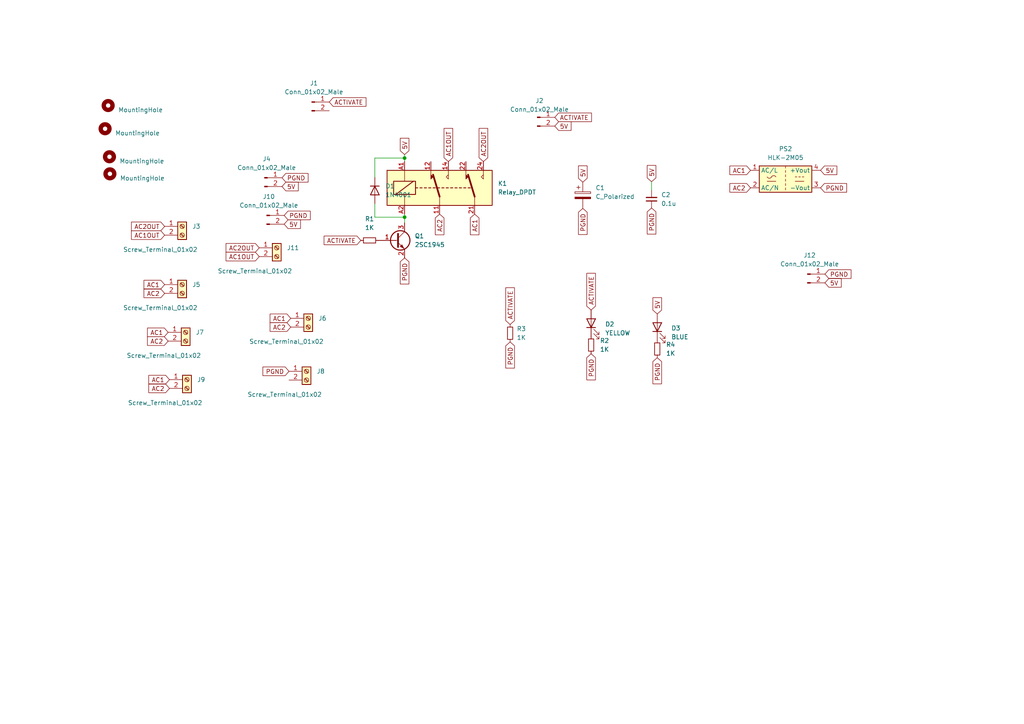
<source format=kicad_sch>
(kicad_sch (version 20230121) (generator eeschema)
  (paper "A4")
  (lib_symbols
    (symbol "Connector:Conn_01x02_Male" (pin_names (offset 1.016) hide)
      (property "Reference" "J" (at 0 2.54 0))
      (property "Value" "Conn_01x02_Male" (at 0 -5.08 0))
      (symbol "Conn_01x02_Male_1_1"
        (polyline (pts (xy 1.27 -2.54) (xy 0.8636 -2.54)) (stroke (width 0.1524)))
        (polyline (pts (xy 1.27 0) (xy 0.8636 0)) (stroke (width 0.1524)))
        (rectangle (start 0.8636 -2.413) (end 0 -2.667) (stroke (width 0.1524)) (fill (type outline)))
        (rectangle (start 0.8636 0.127) (end 0 -0.127) (stroke (width 0.1524)) (fill (type outline)))
        (pin passive line (at 5.08 0 180) (length 3.81) (name "Pin_1") (number "1"))
        (pin passive line (at 5.08 -2.54 180) (length 3.81) (name "Pin_2") (number "2"))
      )
    )
    (symbol "Connector:Screw_Terminal_01x02" (pin_names (offset 1.016) hide)
      (property "Reference" "J" (at 0 2.54 0))
      (property "Value" "Screw_Terminal_01x02" (at 0 -5.08 0))
      (symbol "Screw_Terminal_01x02_1_1"
        (rectangle (start -1.27 1.27) (end 1.27 -3.81) (stroke (width 0.254)) (fill (type background)))
        (circle (center 0 -2.54) (radius 0.635) (stroke (width 0.1524)))
        (polyline (pts (xy -0.5334 -2.2098) (xy 0.3302 -3.048)) (stroke (width 0.1524)))
        (polyline (pts (xy -0.5334 0.3302) (xy 0.3302 -0.508)) (stroke (width 0.1524)))
        (polyline (pts (xy -0.3556 -2.032) (xy 0.508 -2.8702)) (stroke (width 0.1524)))
        (polyline (pts (xy -0.3556 0.508) (xy 0.508 -0.3302)) (stroke (width 0.1524)))
        (circle (center 0 0) (radius 0.635) (stroke (width 0.1524)))
        (pin passive line (at -5.08 0 0) (length 3.81) (name "Pin_1") (number "1"))
        (pin passive line (at -5.08 -2.54 0) (length 3.81) (name "Pin_2") (number "2"))
      )
    )
    (symbol "Converter_ACDC:HLK-5M03"
      (property "Reference" "PS" (at 0 5.08 0))
      (property "Value" "HLK-5M03" (at 0 -5.08 0))
      (symbol "HLK-5M03_0_1"
        (rectangle (start -7.62 3.81) (end 7.62 -3.81) (stroke (width 0.254)) (fill (type background)))
        (arc (start -5.334 0.635) (mid -4.699 0.2495) (end -4.064 0.635))
        (arc (start -2.794 0.635) (mid -3.429 1.0072) (end -4.064 0.635))
        (polyline (pts (xy -5.334 -0.635) (xy -2.794 -0.635)))
        (polyline (pts (xy 0 -2.54) (xy 0 -3.175)))
        (polyline (pts (xy 0 -1.27) (xy 0 -1.905)))
        (polyline (pts (xy 0 0) (xy 0 -0.635)))
        (polyline (pts (xy 0 1.27) (xy 0 0.635)))
        (polyline (pts (xy 0 2.54) (xy 0 1.905)))
        (polyline (pts (xy 0 3.81) (xy 0 3.175)))
        (polyline (pts (xy 2.794 -0.635) (xy 5.334 -0.635)))
        (polyline (pts (xy 2.794 0.635) (xy 3.302 0.635)))
        (polyline (pts (xy 3.81 0.635) (xy 4.318 0.635)))
        (polyline (pts (xy 4.826 0.635) (xy 5.334 0.635)))
      )
      (symbol "HLK-5M03_1_1"
        (pin power_in line (at -10.16 2.54 0) (length 2.54) (name "AC/L") (number "1"))
        (pin power_in line (at -10.16 -2.54 0) (length 2.54) (name "AC/N") (number "2"))
        (pin power_out line (at 10.16 -2.54 180) (length 2.54) (name "-Vout") (number "3"))
        (pin power_out line (at 10.16 2.54 180) (length 2.54) (name "+Vout") (number "4"))
      )
    )
    (symbol "Device:C_Polarized" (pin_numbers hide) (pin_names (offset 0.254))
      (property "Reference" "C" (at 0.635 2.54 0))
      (property "Value" "C_Polarized" (at 0.635 -2.54 0))
      (symbol "C_Polarized_0_1"
        (rectangle (start -2.286 0.508) (end 2.286 1.016))
        (polyline (pts (xy -1.778 2.286) (xy -0.762 2.286)))
        (polyline (pts (xy -1.27 2.794) (xy -1.27 1.778)))
        (rectangle (start 2.286 -0.508) (end -2.286 -1.016) (fill (type outline)))
      )
      (symbol "C_Polarized_1_1"
        (pin passive line (at 0 3.81 270) (length 2.794) (name "~") (number "1"))
        (pin passive line (at 0 -3.81 90) (length 2.794) (name "~") (number "2"))
      )
    )
    (symbol "Device:C_Small" (pin_numbers hide) (pin_names (offset 0.254) hide)
      (property "Reference" "C" (at 0.254 1.778 0))
      (property "Value" "C_Small" (at 0.254 -2.032 0))
      (symbol "C_Small_0_1"
        (polyline (pts (xy -1.524 -0.508) (xy 1.524 -0.508)) (stroke (width 0.3302)))
        (polyline (pts (xy -1.524 0.508) (xy 1.524 0.508)) (stroke (width 0.3048)))
      )
      (symbol "C_Small_1_1"
        (pin passive line (at 0 2.54 270) (length 2.032) (name "~") (number "1"))
        (pin passive line (at 0 -2.54 90) (length 2.032) (name "~") (number "2"))
      )
    )
    (symbol "Device:LED" (pin_numbers hide) (pin_names (offset 1.016) hide)
      (property "Reference" "D" (at 0 2.54 0))
      (property "Value" "LED" (at 0 -2.54 0))
      (symbol "LED_0_1"
        (polyline (pts (xy -1.27 -1.27) (xy -1.27 1.27)) (stroke (width 0.254)))
        (polyline (pts (xy -1.27 0) (xy 1.27 0)))
        (polyline (pts (xy 1.27 -1.27) (xy 1.27 1.27) (xy -1.27 0) (xy 1.27 -1.27)) (stroke (width 0.254)))
        (polyline (pts (xy -3.048 -0.762) (xy -4.572 -2.286) (xy -3.81 -2.286) (xy -4.572 -2.286) (xy -4.572 -1.524)))
        (polyline (pts (xy -1.778 -0.762) (xy -3.302 -2.286) (xy -2.54 -2.286) (xy -3.302 -2.286) (xy -3.302 -1.524)))
      )
      (symbol "LED_1_1"
        (pin passive line (at -3.81 0 0) (length 2.54) (name "K") (number "1"))
        (pin passive line (at 3.81 0 180) (length 2.54) (name "A") (number "2"))
      )
    )
    (symbol "Device:R_Small" (pin_numbers hide) (pin_names (offset 0.254) hide)
      (property "Reference" "R" (at 0.762 0.508 0))
      (property "Value" "R_Small" (at 0.762 -1.016 0))
      (symbol "R_Small_0_1"
        (rectangle (start -0.762 1.778) (end 0.762 -1.778) (stroke (width 0.2032)))
      )
      (symbol "R_Small_1_1"
        (pin passive line (at 0 2.54 270) (length 0.762) (name "~") (number "1"))
        (pin passive line (at 0 -2.54 90) (length 0.762) (name "~") (number "2"))
      )
    )
    (symbol "Diode:1N4001" (pin_numbers hide) (pin_names hide)
      (property "Reference" "D" (at 0 2.54 0))
      (property "Value" "1N4001" (at 0 -2.54 0))
      (symbol "1N4001_0_1"
        (polyline (pts (xy -1.27 1.27) (xy -1.27 -1.27)) (stroke (width 0.254)))
        (polyline (pts (xy 1.27 0) (xy -1.27 0)))
        (polyline (pts (xy 1.27 1.27) (xy 1.27 -1.27) (xy -1.27 0) (xy 1.27 1.27)) (stroke (width 0.254)))
      )
      (symbol "1N4001_1_1"
        (pin passive line (at -3.81 0 0) (length 2.54) (name "K") (number "1"))
        (pin passive line (at 3.81 0 180) (length 2.54) (name "A") (number "2"))
      )
    )
    (symbol "Mechanical:MountingHole" (pin_names (offset 1.016))
      (property "Reference" "H" (at 0 5.08 0))
      (property "Value" "MountingHole" (at 0 3.175 0))
      (symbol "MountingHole_0_1"
        (circle (center 0 0) (radius 1.27) (stroke (width 1.27)))
      )
    )
    (symbol "Relay:Relay_DPDT"
      (property "Reference" "K" (at 16.51 3.81 0))
      (property "Value" "Relay_DPDT" (at 16.51 1.27 0))
      (symbol "Relay_DPDT_0_1"
        (rectangle (start -15.24 5.08) (end 15.24 -5.08) (stroke (width 0.254)) (fill (type background)))
        (rectangle (start -13.335 1.905) (end -6.985 -1.905) (stroke (width 0.254)))
        (polyline (pts (xy -12.7 -1.905) (xy -7.62 1.905)) (stroke (width 0.254)))
        (polyline (pts (xy -10.16 -5.08) (xy -10.16 -1.905)))
        (polyline (pts (xy -10.16 5.08) (xy -10.16 1.905)))
        (polyline (pts (xy -6.985 0) (xy -6.35 0)) (stroke (width 0.254)))
        (polyline (pts (xy -5.715 0) (xy -5.08 0)) (stroke (width 0.254)))
        (polyline (pts (xy -4.445 0) (xy -3.81 0)) (stroke (width 0.254)))
        (polyline (pts (xy -3.175 0) (xy -2.54 0)) (stroke (width 0.254)))
        (polyline (pts (xy -1.905 0) (xy -1.27 0)) (stroke (width 0.254)))
        (polyline (pts (xy -0.635 0) (xy 0 0)) (stroke (width 0.254)))
        (polyline (pts (xy 0 -2.54) (xy -1.905 3.81)) (stroke (width 0.508)))
        (polyline (pts (xy 0 -2.54) (xy 0 -5.08)))
        (polyline (pts (xy 0.635 0) (xy 1.27 0)) (stroke (width 0.254)))
        (polyline (pts (xy 1.905 0) (xy 2.54 0)) (stroke (width 0.254)))
        (polyline (pts (xy 3.175 0) (xy 3.81 0)) (stroke (width 0.254)))
        (polyline (pts (xy 4.445 0) (xy 5.08 0)) (stroke (width 0.254)))
        (polyline (pts (xy 5.715 0) (xy 6.35 0)) (stroke (width 0.254)))
        (polyline (pts (xy 6.985 0) (xy 7.62 0)) (stroke (width 0.254)))
        (polyline (pts (xy 8.255 0) (xy 8.89 0)) (stroke (width 0.254)))
        (polyline (pts (xy 10.16 -2.54) (xy 8.255 3.81)) (stroke (width 0.508)))
        (polyline (pts (xy 10.16 -2.54) (xy 10.16 -5.08)))
        (polyline (pts (xy -2.54 5.08) (xy -2.54 2.54) (xy -1.905 3.175) (xy -2.54 3.81)) (fill (type outline)))
        (polyline (pts (xy 2.54 5.08) (xy 2.54 2.54) (xy 1.905 3.175) (xy 2.54 3.81)))
        (polyline (pts (xy 7.62 5.08) (xy 7.62 2.54) (xy 8.255 3.175) (xy 7.62 3.81)) (fill (type outline)))
        (polyline (pts (xy 12.7 5.08) (xy 12.7 2.54) (xy 12.065 3.175) (xy 12.7 3.81)))
      )
      (symbol "Relay_DPDT_1_1"
        (pin passive line (at 0 -7.62 90) (length 2.54) (name "~") (number "11"))
        (pin passive line (at -2.54 7.62 270) (length 2.54) (name "~") (number "12"))
        (pin passive line (at 2.54 7.62 270) (length 2.54) (name "~") (number "14"))
        (pin passive line (at 10.16 -7.62 90) (length 2.54) (name "~") (number "21"))
        (pin passive line (at 7.62 7.62 270) (length 2.54) (name "~") (number "22"))
        (pin passive line (at 12.7 7.62 270) (length 2.54) (name "~") (number "24"))
        (pin passive line (at -10.16 7.62 270) (length 2.54) (name "~") (number "A1"))
        (pin passive line (at -10.16 -7.62 90) (length 2.54) (name "~") (number "A2"))
      )
    )
    (symbol "Transistor_BJT:2SC1945" (pin_names (offset 0) hide)
      (property "Reference" "Q" (at 5.08 1.905 0))
      (property "Value" "2SC1945" (at 5.08 0 0))
      (symbol "2SC1945_0_1"
        (polyline (pts (xy 0 0) (xy 0.635 0)))
        (polyline (pts (xy 2.54 2.54) (xy 0.635 0.635)))
        (polyline (pts (xy 0.635 1.905) (xy 0.635 -1.905) (xy 0.635 -1.905)) (stroke (width 0.508)))
        (polyline (pts (xy 2.286 -2.286) (xy 1.778 -1.778) (xy 1.778 -1.778)))
        (polyline (pts (xy 2.54 -2.54) (xy 0.635 -0.635) (xy 1.27 -1.27)) (fill (type outline)))
        (polyline (pts (xy 1.27 -1.778) (xy 1.778 -1.27) (xy 2.286 -2.286) (xy 1.27 -1.778) (xy 1.27 -1.778)) (fill (type outline)))
        (circle (center 1.27 0) (radius 2.8194) (stroke (width 0.3048)))
      )
      (symbol "2SC1945_1_1"
        (pin input line (at -5.08 0 0) (length 5.08) (name "B") (number "1"))
        (pin passive line (at 2.54 -5.08 90) (length 2.54) (name "E") (number "2"))
        (pin passive line (at 2.54 5.08 270) (length 2.54) (name "C") (number "3"))
      )
    )
  )
  (junction (at 117.348 45.847))
  (junction (at 117.348 62.992))
  (wire (pts (xy 108.712 45.847) (xy 108.712 51.435)))
  (wire (pts (xy 117.348 45.847) (xy 117.348 46.863)))
  (wire (pts (xy 188.976 55.245) (xy 188.976 52.705)))
  (wire (pts (xy 108.712 62.992) (xy 117.348 62.992)))
  (wire (pts (xy 117.348 45.847) (xy 108.712 45.847)))
  (wire (pts (xy 108.712 59.055) (xy 108.712 62.992)))
  (wire (pts (xy 117.348 62.992) (xy 117.348 62.103)))
  (wire (pts (xy 117.348 64.643) (xy 117.348 62.992)))
  (wire (pts (xy 117.348 44.831) (xy 117.348 45.847)))
  (global_label "ACTIVATE" (shape input) (at 104.648 69.723 180) (property "Intersheetrefs" "${INTERSHEET_REFS}" (effects hide)))
  (global_label "AC2" (shape input) (at 47.752 85.09 180) (property "Intersheetrefs" "${INTERSHEET_REFS}" (effects hide)))
  (global_label "5V" (shape input) (at 117.348 44.831 90) (property "Intersheetrefs" "${INTERSHEET_REFS}" (effects hide)))
  (global_label "AC2" (shape input) (at 127.508 62.103 270) (property "Intersheetrefs" "${INTERSHEET_REFS}" (effects hide)))
  (global_label "5V" (shape input) (at 188.976 52.705 90) (property "Intersheetrefs" "${INTERSHEET_REFS}" (effects hide)))
  (global_label "AC2" (shape input) (at 49.149 112.649 180) (property "Intersheetrefs" "${INTERSHEET_REFS}" (effects hide)))
  (global_label "PGND" (shape input) (at 83.82 107.696 180) (property "Intersheetrefs" "${INTERSHEET_REFS}" (effects hide)))
  (global_label "AC1" (shape input) (at 137.668 62.103 270) (property "Intersheetrefs" "${INTERSHEET_REFS}" (effects hide)))
  (global_label "AC1" (shape input) (at 47.752 82.55 180) (property "Intersheetrefs" "${INTERSHEET_REFS}" (effects hide)))
  (global_label "PGND" (shape input) (at 169.037 60.452 270) (property "Intersheetrefs" "${INTERSHEET_REFS}" (effects hide)))
  (global_label "PGND" (shape input) (at 82.423 62.484 0) (property "Intersheetrefs" "${INTERSHEET_REFS}" (effects hide)))
  (global_label "5V" (shape input) (at 237.998 49.403 0) (property "Intersheetrefs" "${INTERSHEET_REFS}" (effects hide)))
  (global_label "AC1OUT" (shape input) (at 130.048 46.863 90) (property "Intersheetrefs" "${INTERSHEET_REFS}" (effects hide)))
  (global_label "PGND" (shape input) (at 190.627 103.759 270) (property "Intersheetrefs" "${INTERSHEET_REFS}" (effects hide)))
  (global_label "AC1" (shape input) (at 84.328 92.329 180) (property "Intersheetrefs" "${INTERSHEET_REFS}" (effects hide)))
  (global_label "5V" (shape input) (at 239.268 82.042 0) (property "Intersheetrefs" "${INTERSHEET_REFS}" (effects hide)))
  (global_label "PGND" (shape input) (at 117.348 74.803 270) (property "Intersheetrefs" "${INTERSHEET_REFS}" (effects hide)))
  (global_label "AC1" (shape input) (at 217.678 49.403 180) (property "Intersheetrefs" "${INTERSHEET_REFS}" (effects hide)))
  (global_label "AC2OUT" (shape input) (at 75.184 71.882 180) (property "Intersheetrefs" "${INTERSHEET_REFS}" (effects hide)))
  (global_label "ACTIVATE" (shape input) (at 171.45 89.916 90) (property "Intersheetrefs" "${INTERSHEET_REFS}" (effects hide)))
  (global_label "AC1OUT" (shape input) (at 47.752 68.199 180) (property "Intersheetrefs" "${INTERSHEET_REFS}" (effects hide)))
  (global_label "AC2OUT" (shape input) (at 47.752 65.659 180) (property "Intersheetrefs" "${INTERSHEET_REFS}" (effects hide)))
  (global_label "AC2" (shape input) (at 48.768 98.933 180) (property "Intersheetrefs" "${INTERSHEET_REFS}" (effects hide)))
  (global_label "PGND" (shape input) (at 237.998 54.483 0) (property "Intersheetrefs" "${INTERSHEET_REFS}" (effects hide)))
  (global_label "5V" (shape input) (at 82.423 65.024 0) (property "Intersheetrefs" "${INTERSHEET_REFS}" (effects hide)))
  (global_label "AC2" (shape input) (at 217.678 54.483 180) (property "Intersheetrefs" "${INTERSHEET_REFS}" (effects hide)))
  (global_label "ACTIVATE" (shape input) (at 95.504 29.591 0) (property "Intersheetrefs" "${INTERSHEET_REFS}" (effects hide)))
  (global_label "AC1" (shape input) (at 48.768 96.393 180) (property "Intersheetrefs" "${INTERSHEET_REFS}" (effects hide)))
  (global_label "PGND" (shape input) (at 239.268 79.502 0) (property "Intersheetrefs" "${INTERSHEET_REFS}" (effects hide)))
  (global_label "5V" (shape input) (at 169.037 52.832 90) (property "Intersheetrefs" "${INTERSHEET_REFS}" (effects hide)))
  (global_label "PGND" (shape input) (at 188.976 60.325 270) (property "Intersheetrefs" "${INTERSHEET_REFS}" (effects hide)))
  (global_label "5V" (shape input) (at 81.788 54.102 0) (property "Intersheetrefs" "${INTERSHEET_REFS}" (effects hide)))
  (global_label "PGND" (shape input) (at 147.955 99.187 270) (property "Intersheetrefs" "${INTERSHEET_REFS}" (effects hide)))
  (global_label "ACTIVATE" (shape input) (at 147.955 94.107 90) (property "Intersheetrefs" "${INTERSHEET_REFS}" (effects hide)))
  (global_label "5V" (shape input) (at 160.909 36.576 0) (property "Intersheetrefs" "${INTERSHEET_REFS}" (effects hide)))
  (global_label "AC1" (shape input) (at 49.149 110.109 180) (property "Intersheetrefs" "${INTERSHEET_REFS}" (effects hide)))
  (global_label "ACTIVATE" (shape input) (at 160.909 34.036 0) (property "Intersheetrefs" "${INTERSHEET_REFS}" (effects hide)))
  (global_label "AC2" (shape input) (at 84.328 94.869 180) (property "Intersheetrefs" "${INTERSHEET_REFS}" (effects hide)))
  (global_label "PGND" (shape input) (at 171.45 102.616 270) (property "Intersheetrefs" "${INTERSHEET_REFS}" (effects hide)))
  (global_label "AC2OUT" (shape input) (at 140.208 46.863 90) (property "Intersheetrefs" "${INTERSHEET_REFS}" (effects hide)))
  (global_label "AC1OUT" (shape input) (at 75.184 74.422 180) (property "Intersheetrefs" "${INTERSHEET_REFS}" (effects hide)))
  (global_label "PGND" (shape input) (at 81.788 51.562 0) (property "Intersheetrefs" "${INTERSHEET_REFS}" (effects hide)))
  (global_label "5V" (shape input) (at 190.627 91.059 90) (property "Intersheetrefs" "${INTERSHEET_REFS}" (effects hide)))
  (symbol (lib_id "Device:R_Small") (at 190.627 101.219 0) (unit 1)
    (property "Reference" "R4" (at 193.167 99.9489 0) (effects (justify left)))
    (property "Value" "1K" (at 193.167 102.4889 0) (effects (justify left)))
    (property "Footprint" "Resistor_SMD:R_0603_1608Metric_Pad0.98x0.95mm_HandSolder" (effects hide))
  )
  (symbol (lib_id "Connector:Screw_Terminal_01x02") (at 54.229 110.109 0) (unit 1)
    (property "Reference" "J9" (at 57.15 110.1089 0) (effects (justify left)))
    (property "Value" "Screw_Terminal_01x02" (at 37.084 116.84 0) (effects (justify left)))
    (property "Footprint" "Connector_JST:JST_XH_B2B-XH-A_1x02_P2.50mm_Vertical" (effects hide))
  )
  (symbol (lib_id "Converter_ACDC:HLK-5M03") (at 227.838 51.943 0) (unit 1)
    (property "Reference" "PS2" (at 227.838 43.18 0))
    (property "Value" "HLK-2M05" (at 227.838 45.72 0))
    (property "Footprint" "Components:HLK-2M05" (effects hide))
    (property "Datasheet" "http://h.hlktech.com/download/ACDC%E7%94%B5%E6%BA%90%E6%A8%A1%E5%9D%975W%E7%B3%BB%E5%88%97/1/%E6%B5%B7%E5%87%8C%E7%A7%915W%E7%B3%BB%E5%88%97%E7%94%B5%E6%BA%90%E6%A8%A1%E5%9D%97%E8%A7%84%E6%A0%BC%E4%B9%A6V2.8.pdf" (effects hide))
  )
  (symbol (lib_id "Device:R_Small") (at 147.955 96.647 180) (unit 1)
    (property "Reference" "R3" (at 149.86 95.377 0) (effects (justify right)))
    (property "Value" "1K" (at 149.86 97.917 0) (effects (justify right)))
    (property "Footprint" "Resistor_SMD:R_0603_1608Metric" (effects hide))
  )
  (symbol (lib_id "Device:LED") (at 171.45 93.726 90) (unit 1)
    (property "Reference" "D2" (at 175.514 94.0434 90) (effects (justify right)))
    (property "Value" "YELLOW" (at 175.514 96.5834 90) (effects (justify right)))
    (property "Footprint" "Diode_SMD:D_0805_2012Metric_Pad1.15x1.40mm_HandSolder" (effects hide))
  )
  (symbol (lib_id "Mechanical:MountingHole") (at 31.877 50.419 0) (unit 1)
    (property "Reference" "H4" (effects hide))
    (property "Value" "MountingHole" (at 34.798 51.6889 0) (effects (justify left)))
    (property "Footprint" "MountingHole:MountingHole_3.2mm_M3" (effects hide))
  )
  (symbol (lib_id "Diode:1N4001") (at 108.712 55.245 270) (unit 1)
    (property "Reference" "D1" (at 111.76 53.9749 90) (effects (justify left)))
    (property "Value" "1N4001" (at 111.76 56.5149 90) (effects (justify left)))
    (property "Footprint" "Diode_SMD:D_SMA" (effects hide))
    (property "Datasheet" "http://www.vishay.com/docs/88503/1n4001.pdf" (effects hide))
  )
  (symbol (lib_id "Connector:Screw_Terminal_01x02") (at 52.832 65.659 0) (unit 1)
    (property "Reference" "J3" (at 55.753 65.6589 0) (effects (justify left)))
    (property "Value" "Screw_Terminal_01x02" (at 35.687 72.39 0) (effects (justify left)))
    (property "Footprint" "Connector_JST:JST_XH_B2B-XH-A_1x02_P2.50mm_Vertical" (effects hide))
  )
  (symbol (lib_id "Mechanical:MountingHole") (at 31.75 45.466 0) (unit 1)
    (property "Reference" "H3" (effects hide))
    (property "Value" "MountingHole" (at 34.671 46.7359 0) (effects (justify left)))
    (property "Footprint" "MountingHole:MountingHole_3.2mm_M3" (effects hide))
  )
  (symbol (lib_id "Device:R_Small") (at 171.45 100.076 0) (unit 1)
    (property "Reference" "R2" (at 173.99 98.8059 0) (effects (justify left)))
    (property "Value" "1K" (at 173.99 101.3459 0) (effects (justify left)))
    (property "Footprint" "Resistor_SMD:R_0603_1608Metric_Pad0.98x0.95mm_HandSolder" (effects hide))
  )
  (symbol (lib_id "Device:C_Polarized") (at 169.037 56.642 0) (unit 1)
    (property "Reference" "C1" (at 172.72 54.4829 0) (effects (justify left)))
    (property "Value" "C_Polarized" (at 172.72 57.0229 0) (effects (justify left)))
    (property "Footprint" "Capacitor_THT:CP_Radial_D8.0mm_P2.50mm" (effects hide))
  )
  (symbol (lib_id "Device:C_Small") (at 188.976 57.785 180) (unit 1)
    (property "Reference" "C2" (at 191.77 56.5086 0) (effects (justify right)))
    (property "Value" "0.1u" (at 191.77 59.0486 0) (effects (justify right)))
    (property "Footprint" "Capacitor_SMD:C_0805_2012Metric_Pad1.18x1.45mm_HandSolder" (effects hide))
  )
  (symbol (lib_id "Connector:Conn_01x02_Male") (at 155.829 34.036 0) (unit 1)
    (property "Reference" "J2" (at 156.464 29.21 0))
    (property "Value" "Conn_01x02_Male" (at 156.464 31.75 0))
    (property "Footprint" "Connector_PinHeader_2.54mm:PinHeader_1x02_P2.54mm_Vertical" (effects hide))
  )
  (symbol (lib_id "Connector:Screw_Terminal_01x02") (at 53.848 96.393 0) (unit 1)
    (property "Reference" "J7" (at 56.769 96.3929 0) (effects (justify left)))
    (property "Value" "Screw_Terminal_01x02" (at 36.703 103.124 0) (effects (justify left)))
    (property "Footprint" "Connector_JST:JST_XH_B2B-XH-A_1x02_P2.50mm_Vertical" (effects hide))
  )
  (symbol (lib_id "Connector:Screw_Terminal_01x02") (at 80.264 71.882 0) (unit 1)
    (property "Reference" "J11" (at 83.185 71.8819 0) (effects (justify left)))
    (property "Value" "Screw_Terminal_01x02" (at 63.119 78.613 0) (effects (justify left)))
    (property "Footprint" "Connector_JST:JST_XH_B2B-XH-A_1x02_P2.50mm_Vertical" (effects hide))
  )
  (symbol (lib_id "Connector:Screw_Terminal_01x02") (at 88.9 107.696 0) (unit 1)
    (property "Reference" "J8" (at 91.821 107.6959 0) (effects (justify left)))
    (property "Value" "Screw_Terminal_01x02" (at 71.755 114.427 0) (effects (justify left)))
    (property "Footprint" "Connector_JST:JST_XH_B2B-XH-A_1x02_P2.50mm_Vertical" (effects hide))
  )
  (symbol (lib_id "Connector:Conn_01x02_Male") (at 90.424 29.591 0) (unit 1)
    (property "Reference" "J1" (at 91.059 24.13 0))
    (property "Value" "Conn_01x02_Male" (at 91.059 26.67 0))
    (property "Footprint" "Connector_JST:JST_PH_B2B-PH-K_1x02_P2.00mm_Vertical" (effects hide))
  )
  (symbol (lib_id "Relay:Relay_DPDT") (at 127.508 54.483 0) (unit 1)
    (property "Reference" "K1" (at 144.399 53.213 0) (effects (justify left)))
    (property "Value" "Relay_DPDT" (at 144.399 55.753 0) (effects (justify left)))
    (property "Footprint" "Relay_THT:Relay_DPDT_Omron_G2RL-2" (effects hide))
  )
  (symbol (lib_id "Mechanical:MountingHole") (at 31.369 30.607 0) (unit 1)
    (property "Reference" "H1" (effects hide))
    (property "Value" "MountingHole" (at 34.29 31.8769 0) (effects (justify left)))
    (property "Footprint" "MountingHole:MountingHole_3.2mm_M3" (effects hide))
  )
  (symbol (lib_id "Transistor_BJT:2SC1945") (at 114.808 69.723 0) (unit 1)
    (property "Reference" "Q1" (at 120.269 68.4529 0) (effects (justify left)))
    (property "Value" "2SC1945" (at 120.269 70.9929 0) (effects (justify left)))
    (property "Footprint" "Package_TO_SOT_SMD:SOT-23_Handsoldering" (effects hide))
    (property "Datasheet" "http://rtellason.com/transdata/2sc1945.pdf" (effects hide))
  )
  (symbol (lib_id "Connector:Conn_01x02_Male") (at 77.343 62.484 0) (unit 1)
    (property "Reference" "J10" (at 77.978 57.023 0))
    (property "Value" "Conn_01x02_Male" (at 77.978 59.563 0))
    (property "Footprint" "Connector_JST:JST_PH_B2B-PH-K_1x02_P2.00mm_Vertical" (effects hide))
  )
  (symbol (lib_id "Mechanical:MountingHole") (at 30.48 37.338 0) (unit 1)
    (property "Reference" "H2" (effects hide))
    (property "Value" "MountingHole" (at 33.401 38.6079 0) (effects (justify left)))
    (property "Footprint" "MountingHole:MountingHole_3.2mm_M3" (effects hide))
  )
  (symbol (lib_id "Connector:Conn_01x02_Male") (at 234.188 79.502 0) (unit 1)
    (property "Reference" "J12" (at 234.823 74.041 0))
    (property "Value" "Conn_01x02_Male" (at 234.823 76.581 0))
    (property "Footprint" "Connector_PinHeader_2.54mm:PinHeader_1x02_P2.54mm_Vertical" (effects hide))
  )
  (symbol (lib_id "Device:LED") (at 190.627 94.869 90) (unit 1)
    (property "Reference" "D3" (at 194.691 95.1864 90) (effects (justify right)))
    (property "Value" "BLUE" (at 194.691 97.7264 90) (effects (justify right)))
    (property "Footprint" "Diode_SMD:D_0805_2012Metric_Pad1.15x1.40mm_HandSolder" (effects hide))
  )
  (symbol (lib_id "Connector:Screw_Terminal_01x02") (at 52.832 82.55 0) (unit 1)
    (property "Reference" "J5" (at 55.753 82.5499 0) (effects (justify left)))
    (property "Value" "Screw_Terminal_01x02" (at 35.687 89.281 0) (effects (justify left)))
    (property "Footprint" "Connector_JST:JST_XH_B2B-XH-A_1x02_P2.50mm_Vertical" (effects hide))
  )
  (symbol (lib_id "Device:R_Small") (at 107.188 69.723 90) (unit 1)
    (property "Reference" "R1" (at 107.188 63.5 90))
    (property "Value" "1K" (at 107.188 66.04 90))
    (property "Footprint" "Resistor_SMD:R_0603_1608Metric" (effects hide))
  )
  (symbol (lib_id "Connector:Screw_Terminal_01x02") (at 89.408 92.329 0) (unit 1)
    (property "Reference" "J6" (at 92.329 92.3289 0) (effects (justify left)))
    (property "Value" "Screw_Terminal_01x02" (at 72.263 99.06 0) (effects (justify left)))
    (property "Footprint" "Connector_JST:JST_XH_B2B-XH-A_1x02_P2.50mm_Vertical" (effects hide))
  )
  (symbol (lib_id "Connector:Conn_01x02_Male") (at 76.708 51.562 0) (unit 1)
    (property "Reference" "J4" (at 77.343 46.101 0))
    (property "Value" "Conn_01x02_Male" (at 77.343 48.641 0))
    (property "Footprint" "Connector_JST:JST_PH_B2B-PH-K_1x02_P2.00mm_Vertical" (effects hide))
  )
)
</source>
